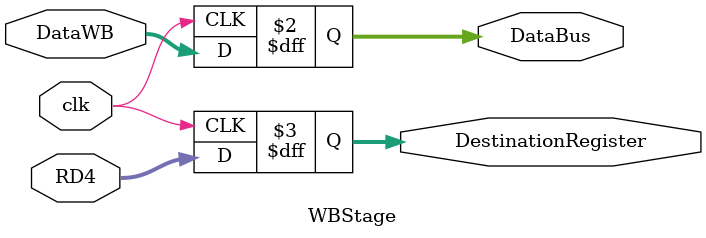
<source format=v>
module WBStage (
	input clk, 		   
	input [15:0] DataWB,
	input [2:0] RD4, 
	output reg [15:0] DataBus,
	output reg [2:0] DestinationRegister);
	  
	always @(posedge clk) begin
		DataBus	<=	DataWB ;
		DestinationRegister  <= RD4;
	end
  
endmodule 
</source>
